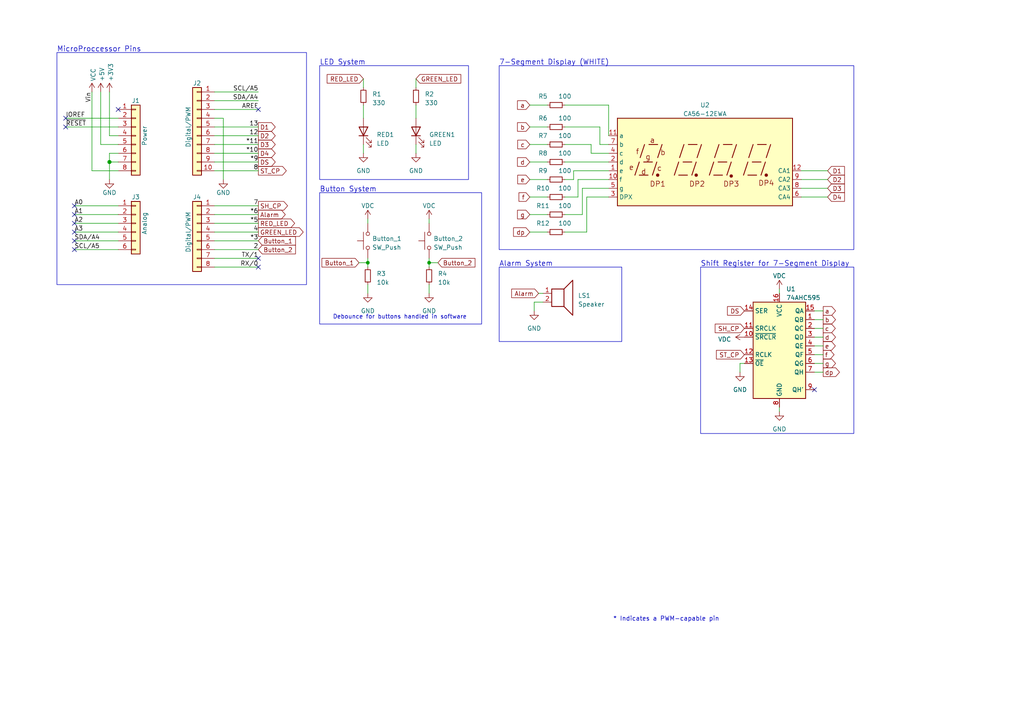
<source format=kicad_sch>
(kicad_sch (version 20230121) (generator eeschema)
  (paper "A4")
  (title_block (title "Kitchen Timer") (date "mar. 31 mars 2015"))
  (lib_symbols
    (symbol "74xx:74AHC595"
      (property "Reference" "U" (at -7.62 13.97 0))
      (property "Value" "74AHC595" (at -7.62 -16.51 0))
      (symbol "74AHC595_1_0"
        (pin tri_state line (at 10.16 7.62 180) (length 2.54) (name "QB") (number "1"))
        (pin input line (at -10.16 2.54 0) (length 2.54) (name "~{SRCLR}") (number "10"))
        (pin input line (at -10.16 5.08 0) (length 2.54) (name "SRCLK") (number "11"))
        (pin input line (at -10.16 -2.54 0) (length 2.54) (name "RCLK") (number "12"))
        (pin input line (at -10.16 -5.08 0) (length 2.54) (name "~{OE}") (number "13"))
        (pin input line (at -10.16 10.16 0) (length 2.54) (name "SER") (number "14"))
        (pin tri_state line (at 10.16 10.16 180) (length 2.54) (name "QA") (number "15"))
        (pin power_in line (at 0 15.24 270) (length 2.54) (name "VCC") (number "16"))
        (pin tri_state line (at 10.16 5.08 180) (length 2.54) (name "QC") (number "2"))
        (pin tri_state line (at 10.16 2.54 180) (length 2.54) (name "QD") (number "3"))
        (pin tri_state line (at 10.16 0 180) (length 2.54) (name "QE") (number "4"))
        (pin tri_state line (at 10.16 -2.54 180) (length 2.54) (name "QF") (number "5"))
        (pin tri_state line (at 10.16 -5.08 180) (length 2.54) (name "QG") (number "6"))
        (pin tri_state line (at 10.16 -7.62 180) (length 2.54) (name "QH") (number "7"))
        (pin power_in line (at 0 -17.78 90) (length 2.54) (name "GND") (number "8"))
        (pin output line (at 10.16 -12.7 180) (length 2.54) (name "QH'") (number "9"))
      )
      (symbol "74AHC595_1_1"
        (rectangle (start -7.62 12.7) (end 7.62 -15.24) (stroke (width 0.254)) (fill (type background)))
      )
    )
    (symbol "Connector_Generic:Conn_01x06" (pin_names (offset 1.016) hide)
      (property "Reference" "J" (at 0 7.62 0))
      (property "Value" "Conn_01x06" (at 0 -10.16 0))
      (symbol "Conn_01x06_1_1"
        (rectangle (start -1.27 -7.493) (end 0 -7.747) (stroke (width 0.1524)))
        (rectangle (start -1.27 -4.953) (end 0 -5.207) (stroke (width 0.1524)))
        (rectangle (start -1.27 -2.413) (end 0 -2.667) (stroke (width 0.1524)))
        (rectangle (start -1.27 0.127) (end 0 -0.127) (stroke (width 0.1524)))
        (rectangle (start -1.27 2.667) (end 0 2.413) (stroke (width 0.1524)))
        (rectangle (start -1.27 5.207) (end 0 4.953) (stroke (width 0.1524)))
        (rectangle (start -1.27 6.35) (end 1.27 -8.89) (stroke (width 0.254)) (fill (type background)))
        (pin passive line (at -5.08 5.08 0) (length 3.81) (name "Pin_1") (number "1"))
        (pin passive line (at -5.08 2.54 0) (length 3.81) (name "Pin_2") (number "2"))
        (pin passive line (at -5.08 0 0) (length 3.81) (name "Pin_3") (number "3"))
        (pin passive line (at -5.08 -2.54 0) (length 3.81) (name "Pin_4") (number "4"))
        (pin passive line (at -5.08 -5.08 0) (length 3.81) (name "Pin_5") (number "5"))
        (pin passive line (at -5.08 -7.62 0) (length 3.81) (name "Pin_6") (number "6"))
      )
    )
    (symbol "Connector_Generic:Conn_01x08" (pin_names (offset 1.016) hide)
      (property "Reference" "J" (at 0 10.16 0))
      (property "Value" "Conn_01x08" (at 0 -12.7 0))
      (symbol "Conn_01x08_1_1"
        (rectangle (start -1.27 -10.033) (end 0 -10.287) (stroke (width 0.1524)))
        (rectangle (start -1.27 -7.493) (end 0 -7.747) (stroke (width 0.1524)))
        (rectangle (start -1.27 -4.953) (end 0 -5.207) (stroke (width 0.1524)))
        (rectangle (start -1.27 -2.413) (end 0 -2.667) (stroke (width 0.1524)))
        (rectangle (start -1.27 0.127) (end 0 -0.127) (stroke (width 0.1524)))
        (rectangle (start -1.27 2.667) (end 0 2.413) (stroke (width 0.1524)))
        (rectangle (start -1.27 5.207) (end 0 4.953) (stroke (width 0.1524)))
        (rectangle (start -1.27 7.747) (end 0 7.493) (stroke (width 0.1524)))
        (rectangle (start -1.27 8.89) (end 1.27 -11.43) (stroke (width 0.254)) (fill (type background)))
        (pin passive line (at -5.08 7.62 0) (length 3.81) (name "Pin_1") (number "1"))
        (pin passive line (at -5.08 5.08 0) (length 3.81) (name "Pin_2") (number "2"))
        (pin passive line (at -5.08 2.54 0) (length 3.81) (name "Pin_3") (number "3"))
        (pin passive line (at -5.08 0 0) (length 3.81) (name "Pin_4") (number "4"))
        (pin passive line (at -5.08 -2.54 0) (length 3.81) (name "Pin_5") (number "5"))
        (pin passive line (at -5.08 -5.08 0) (length 3.81) (name "Pin_6") (number "6"))
        (pin passive line (at -5.08 -7.62 0) (length 3.81) (name "Pin_7") (number "7"))
        (pin passive line (at -5.08 -10.16 0) (length 3.81) (name "Pin_8") (number "8"))
      )
    )
    (symbol "Connector_Generic:Conn_01x10" (pin_names (offset 1.016) hide)
      (property "Reference" "J" (at 0 12.7 0))
      (property "Value" "Conn_01x10" (at 0 -15.24 0))
      (symbol "Conn_01x10_1_1"
        (rectangle (start -1.27 -12.573) (end 0 -12.827) (stroke (width 0.1524)))
        (rectangle (start -1.27 -10.033) (end 0 -10.287) (stroke (width 0.1524)))
        (rectangle (start -1.27 -7.493) (end 0 -7.747) (stroke (width 0.1524)))
        (rectangle (start -1.27 -4.953) (end 0 -5.207) (stroke (width 0.1524)))
        (rectangle (start -1.27 -2.413) (end 0 -2.667) (stroke (width 0.1524)))
        (rectangle (start -1.27 0.127) (end 0 -0.127) (stroke (width 0.1524)))
        (rectangle (start -1.27 2.667) (end 0 2.413) (stroke (width 0.1524)))
        (rectangle (start -1.27 5.207) (end 0 4.953) (stroke (width 0.1524)))
        (rectangle (start -1.27 7.747) (end 0 7.493) (stroke (width 0.1524)))
        (rectangle (start -1.27 10.287) (end 0 10.033) (stroke (width 0.1524)))
        (rectangle (start -1.27 11.43) (end 1.27 -13.97) (stroke (width 0.254)) (fill (type background)))
        (pin passive line (at -5.08 10.16 0) (length 3.81) (name "Pin_1") (number "1"))
        (pin passive line (at -5.08 -12.7 0) (length 3.81) (name "Pin_10") (number "10"))
        (pin passive line (at -5.08 7.62 0) (length 3.81) (name "Pin_2") (number "2"))
        (pin passive line (at -5.08 5.08 0) (length 3.81) (name "Pin_3") (number "3"))
        (pin passive line (at -5.08 2.54 0) (length 3.81) (name "Pin_4") (number "4"))
        (pin passive line (at -5.08 0 0) (length 3.81) (name "Pin_5") (number "5"))
        (pin passive line (at -5.08 -2.54 0) (length 3.81) (name "Pin_6") (number "6"))
        (pin passive line (at -5.08 -5.08 0) (length 3.81) (name "Pin_7") (number "7"))
        (pin passive line (at -5.08 -7.62 0) (length 3.81) (name "Pin_8") (number "8"))
        (pin passive line (at -5.08 -10.16 0) (length 3.81) (name "Pin_9") (number "9"))
      )
    )
    (symbol "Device:LED" (pin_numbers hide) (pin_names (offset 1.016) hide)
      (property "Reference" "D" (at 0 2.54 0))
      (property "Value" "LED" (at 0 -2.54 0))
      (symbol "LED_0_1"
        (polyline (pts (xy -1.27 -1.27) (xy -1.27 1.27)) (stroke (width 0.254)))
        (polyline (pts (xy -1.27 0) (xy 1.27 0)))
        (polyline (pts (xy 1.27 -1.27) (xy 1.27 1.27) (xy -1.27 0) (xy 1.27 -1.27)) (stroke (width 0.254)))
        (polyline (pts (xy -3.048 -0.762) (xy -4.572 -2.286) (xy -3.81 -2.286) (xy -4.572 -2.286) (xy -4.572 -1.524)))
        (polyline (pts (xy -1.778 -0.762) (xy -3.302 -2.286) (xy -2.54 -2.286) (xy -3.302 -2.286) (xy -3.302 -1.524)))
      )
      (symbol "LED_1_1"
        (pin passive line (at -3.81 0 0) (length 2.54) (name "K") (number "1"))
        (pin passive line (at 3.81 0 180) (length 2.54) (name "A") (number "2"))
      )
    )
    (symbol "Device:R_Small" (pin_numbers hide) (pin_names (offset 0.254) hide)
      (property "Reference" "R" (at 0.762 0.508 0))
      (property "Value" "R_Small" (at 0.762 -1.016 0))
      (symbol "R_Small_0_1"
        (rectangle (start -0.762 1.778) (end 0.762 -1.778) (stroke (width 0.2032)))
      )
      (symbol "R_Small_1_1"
        (pin passive line (at 0 2.54 270) (length 0.762) (name "~") (number "1"))
        (pin passive line (at 0 -2.54 90) (length 0.762) (name "~") (number "2"))
      )
    )
    (symbol "Device:Speaker" (pin_names (offset 0) hide)
      (property "Reference" "LS" (at 1.27 5.715 0))
      (property "Value" "Speaker" (at 1.27 3.81 0))
      (symbol "Speaker_0_0"
        (rectangle (start -2.54 1.27) (end 1.016 -3.81) (stroke (width 0.254)))
        (polyline (pts (xy 1.016 1.27) (xy 3.556 3.81) (xy 3.556 -6.35) (xy 1.016 -3.81)) (stroke (width 0.254)))
      )
      (symbol "Speaker_1_1"
        (pin input line (at -5.08 0 0) (length 2.54) (name "1") (number "1"))
        (pin input line (at -5.08 -2.54 0) (length 2.54) (name "2") (number "2"))
      )
    )
    (symbol "Display_Character:CA56-12EWA"
      (property "Reference" "U" (at -24.13 13.97 0))
      (property "Value" "CA56-12EWA" (at 19.05 13.97 0))
      (symbol "CA56-12EWA_0_0"
        (rectangle (start -25.4 12.7) (end 25.4 -12.7) (stroke (width 0.254)) (fill (type background)))
        (polyline (pts (xy -20.32 -3.81) (xy -19.05 0)) (stroke (width 0.254)))
        (polyline (pts (xy -19.05 -3.81) (xy -16.51 -3.81)) (stroke (width 0.254)))
        (polyline (pts (xy -18.796 1.27) (xy -17.526 5.08)) (stroke (width 0.254)))
        (polyline (pts (xy -17.78 0) (xy -15.24 0)) (stroke (width 0.254)))
        (polyline (pts (xy -16.256 5.08) (xy -13.716 5.08)) (stroke (width 0.254)))
        (polyline (pts (xy -15.24 -3.81) (xy -13.97 0)) (stroke (width 0.254)))
        (polyline (pts (xy -13.716 1.27) (xy -12.446 5.08)) (stroke (width 0.254)))
        (polyline (pts (xy -8.89 -3.81) (xy -7.62 0)) (stroke (width 0.254)))
        (polyline (pts (xy -7.62 -3.81) (xy -5.08 -3.81)) (stroke (width 0.254)))
        (polyline (pts (xy -7.366 1.27) (xy -6.096 5.08)) (stroke (width 0.254)))
        (polyline (pts (xy -6.35 0) (xy -3.81 0)) (stroke (width 0.254)))
        (polyline (pts (xy -4.826 5.08) (xy -2.286 5.08)) (stroke (width 0.254)))
        (polyline (pts (xy -3.81 -3.81) (xy -2.54 0)) (stroke (width 0.254)))
        (polyline (pts (xy -2.286 1.27) (xy -1.016 5.08)) (stroke (width 0.254)))
        (polyline (pts (xy 1.27 -3.81) (xy 2.54 0)) (stroke (width 0.254)))
        (polyline (pts (xy 2.54 -3.81) (xy 5.08 -3.81)) (stroke (width 0.254)))
        (polyline (pts (xy 2.794 1.27) (xy 4.064 5.08)) (stroke (width 0.254)))
        (polyline (pts (xy 3.81 0) (xy 6.35 0)) (stroke (width 0.254)))
        (polyline (pts (xy 5.334 5.08) (xy 7.874 5.08)) (stroke (width 0.254)))
        (polyline (pts (xy 6.35 -3.81) (xy 7.62 0)) (stroke (width 0.254)))
        (polyline (pts (xy 7.874 1.27) (xy 9.144 5.08)) (stroke (width 0.254)))
        (polyline (pts (xy 11.176 -3.81) (xy 12.446 0)) (stroke (width 0.254)))
        (polyline (pts (xy 12.446 -3.81) (xy 14.986 -3.81)) (stroke (width 0.254)))
        (polyline (pts (xy 12.7 1.27) (xy 13.97 5.08)) (stroke (width 0.254)))
        (polyline (pts (xy 13.716 0) (xy 16.256 0)) (stroke (width 0.254)))
        (polyline (pts (xy 15.24 5.08) (xy 17.78 5.08)) (stroke (width 0.254)))
        (polyline (pts (xy 16.256 -3.81) (xy 17.526 0)) (stroke (width 0.254)))
        (polyline (pts (xy 17.78 1.27) (xy 19.05 5.08)) (stroke (width 0.254)))
        (text "a" (at -15.24 6.35 0) (effects (font (size 1.524 1.524))))
        (text "b" (at -12.192 2.794 0) (effects (font (size 1.524 1.524))))
        (text "c" (at -13.208 -1.778 0) (effects (font (size 1.524 1.524))))
        (text "d" (at -17.78 -2.794 0) (effects (font (size 1.524 1.524))))
        (text "DP1" (at -13.716 -6.35 0) (effects (font (size 1.524 1.524))))
        (text "DP2" (at -2.286 -6.35 0) (effects (font (size 1.524 1.524))))
        (text "DP3" (at 7.62 -6.35 0) (effects (font (size 1.524 1.524))))
        (text "DP4" (at 17.78 -6.096 0) (effects (font (size 1.524 1.524))))
        (text "e" (at -21.336 -1.524 0) (effects (font (size 1.524 1.524))))
        (text "f" (at -19.558 3.048 0) (effects (font (size 1.524 1.524))))
        (text "g" (at -16.51 1.524 0) (effects (font (size 1.524 1.524))))
      )
      (symbol "CA56-12EWA_0_1"
        (circle (center -13.716 -3.81) (radius 0.3556) (stroke (width 0.254)) (fill (type outline)))
        (circle (center -2.54 -3.81) (radius 0.3556) (stroke (width 0.254)) (fill (type outline)))
      )
      (symbol "CA56-12EWA_1_0"
        (circle (center 7.62 -4.064) (radius 0.3556) (stroke (width 0.254)) (fill (type outline)))
        (circle (center 17.78 -3.81) (radius 0.3556) (stroke (width 0.254)) (fill (type outline)))
      )
      (symbol "CA56-12EWA_1_1"
        (pin input line (at -27.94 -2.54 0) (length 2.54) (name "e") (number "1"))
        (pin input line (at -27.94 -5.08 0) (length 2.54) (name "f") (number "10"))
        (pin input line (at -27.94 7.62 0) (length 2.54) (name "a") (number "11"))
        (pin input line (at 27.94 -2.54 180) (length 2.54) (name "CA1") (number "12"))
        (pin input line (at -27.94 0 0) (length 2.54) (name "d") (number "2"))
        (pin input line (at -27.94 -10.16 0) (length 2.54) (name "DPX") (number "3"))
        (pin input line (at -27.94 2.54 0) (length 2.54) (name "c") (number "4"))
        (pin input line (at -27.94 -7.62 0) (length 2.54) (name "g") (number "5"))
        (pin input line (at 27.94 -10.16 180) (length 2.54) (name "CA4") (number "6"))
        (pin input line (at -27.94 5.08 0) (length 2.54) (name "b") (number "7"))
        (pin input line (at 27.94 -7.62 180) (length 2.54) (name "CA3") (number "8"))
        (pin input line (at 27.94 -5.08 180) (length 2.54) (name "CA2") (number "9"))
      )
    )
    (symbol "GND_1" (power) (pin_names (offset 0))
      (property "Value" "GND_1" (at 0 -3.81 0))
      (symbol "GND_1_0_1"
        (polyline (pts (xy 0 0) (xy 0 -1.27) (xy 1.27 -1.27) (xy 0 -2.54) (xy -1.27 -1.27) (xy 0 -1.27)))
      )
      (symbol "GND_1_1_1"
        (pin power_in line (at 0 0 270) (length 0) hide (name "GND") (number "1"))
      )
    )
    (symbol "Switch:SW_Push" (pin_numbers hide) (pin_names (offset 1.016) hide)
      (property "Reference" "SW" (at 1.27 2.54 0))
      (property "Value" "SW_Push" (at 0 -1.524 0))
      (symbol "SW_Push_0_1"
        (circle (center -2.032 0) (radius 0.508))
        (polyline (pts (xy 0 1.27) (xy 0 3.048)))
        (polyline (pts (xy 2.54 1.27) (xy -2.54 1.27)))
        (circle (center 2.032 0) (radius 0.508))
        (pin passive line (at -5.08 0 0) (length 2.54) (name "1") (number "1"))
        (pin passive line (at 5.08 0 180) (length 2.54) (name "2") (number "2"))
      )
    )
    (symbol "power:+3V3" (power) (pin_names (offset 0))
      (property "Value" "+3V3" (at 0 3.556 0))
      (symbol "+3V3_0_1"
        (polyline (pts (xy -0.762 1.27) (xy 0 2.54)))
        (polyline (pts (xy 0 0) (xy 0 2.54)))
        (polyline (pts (xy 0 2.54) (xy 0.762 1.27)))
      )
      (symbol "+3V3_1_1"
        (pin power_in line (at 0 0 90) (length 0) hide (name "+3V3") (number "1"))
      )
    )
    (symbol "power:+5V" (power) (pin_names (offset 0))
      (property "Value" "+5V" (at 0 3.556 0))
      (symbol "+5V_0_1"
        (polyline (pts (xy -0.762 1.27) (xy 0 2.54)))
        (polyline (pts (xy 0 0) (xy 0 2.54)))
        (polyline (pts (xy 0 2.54) (xy 0.762 1.27)))
      )
      (symbol "+5V_1_1"
        (pin power_in line (at 0 0 90) (length 0) hide (name "+5V") (number "1"))
      )
    )
    (symbol "power:GND" (power) (pin_names (offset 0))
      (property "Value" "GND" (at 0 -3.81 0))
      (symbol "GND_0_1"
        (polyline (pts (xy 0 0) (xy 0 -1.27) (xy 1.27 -1.27) (xy 0 -2.54) (xy -1.27 -1.27) (xy 0 -1.27)))
      )
      (symbol "GND_1_1"
        (pin power_in line (at 0 0 270) (length 0) hide (name "GND") (number "1"))
      )
    )
    (symbol "power:VCC" (power) (pin_names (offset 0))
      (property "Value" "VCC" (at 0 3.81 0))
      (symbol "VCC_0_1"
        (polyline (pts (xy -0.762 1.27) (xy 0 2.54)))
        (polyline (pts (xy 0 0) (xy 0 2.54)))
        (polyline (pts (xy 0 2.54) (xy 0.762 1.27)))
      )
      (symbol "VCC_1_1"
        (pin power_in line (at 0 0 90) (length 0) hide (name "VCC") (number "1"))
      )
    )
    (symbol "power:VDC" (power) (pin_names (offset 0))
      (property "Value" "VDC" (at 0 6.35 0))
      (symbol "VDC_0_1"
        (polyline (pts (xy -0.762 1.27) (xy 0 2.54)))
        (polyline (pts (xy 0 0) (xy 0 2.54)))
        (polyline (pts (xy 0 2.54) (xy 0.762 1.27)))
      )
      (symbol "VDC_1_1"
        (pin power_in line (at 0 0 90) (length 0) hide (name "VDC") (number "1"))
      )
    )
  )
  (junction (at 31.75 46.99) (diameter 1.016))
  (junction (at 106.68 76.2))
  (junction (at 124.46 76.2))
  (no_connect (at 74.93 31.75))
  (no_connect (at 74.93 77.47))
  (no_connect (at 21.59 72.39))
  (no_connect (at 21.59 64.77))
  (no_connect (at 21.59 62.23))
  (no_connect (at 21.59 67.31))
  (no_connect (at 74.93 74.93))
  (no_connect (at 19.05 36.83))
  (no_connect (at 21.59 59.69))
  (no_connect (at 19.05 34.29))
  (no_connect (at 236.22 113.03))
  (no_connect (at 21.59 69.85))
  (no_connect (at 34.29 31.75))
  (wire (pts (xy 62.23 77.47) (xy 74.93 77.47)))
  (wire (pts (xy 106.68 82.55) (xy 106.68 85.09)))
  (wire (pts (xy 62.23 44.45) (xy 74.93 44.45)))
  (wire (pts (xy 153.67 36.83) (xy 158.75 36.83)))
  (wire (pts (xy 62.23 26.67) (xy 74.93 26.67)))
  (wire (pts (xy 163.83 36.83) (xy 173.99 36.83)))
  (wire (pts (xy 124.46 76.2) (xy 124.46 77.47)))
  (wire (pts (xy 31.75 44.45) (xy 31.75 46.99)))
  (wire (pts (xy 166.37 52.07) (xy 163.83 52.07)))
  (wire (pts (xy 21.59 72.39) (xy 34.29 72.39)))
  (wire (pts (xy 236.22 97.79) (xy 238.76 97.79)))
  (wire (pts (xy 226.06 83.82) (xy 226.06 85.09)))
  (wire (pts (xy 153.67 57.15) (xy 158.75 57.15)))
  (wire (pts (xy 153.67 46.99) (xy 158.75 46.99)))
  (wire (pts (xy 31.75 46.99) (xy 31.75 52.07)))
  (wire (pts (xy 31.75 39.37) (xy 34.29 39.37)))
  (wire (pts (xy 173.99 41.91) (xy 176.53 41.91)))
  (wire (pts (xy 29.21 41.91) (xy 34.29 41.91)))
  (wire (pts (xy 166.37 52.07) (xy 166.37 49.53)))
  (wire (pts (xy 153.67 30.48) (xy 158.75 30.48)))
  (wire (pts (xy 29.21 26.67) (xy 29.21 41.91)))
  (wire (pts (xy 105.41 22.86) (xy 105.41 25.4)))
  (wire (pts (xy 163.83 62.23) (xy 168.91 62.23)))
  (wire (pts (xy 154.94 90.17) (xy 154.94 87.63)))
  (wire (pts (xy 62.23 36.83) (xy 74.93 36.83)))
  (wire (pts (xy 31.75 26.67) (xy 31.75 39.37)))
  (wire (pts (xy 62.23 59.69) (xy 74.93 59.69)))
  (wire (pts (xy 153.67 41.91) (xy 158.75 41.91)))
  (wire (pts (xy 236.22 90.17) (xy 238.76 90.17)))
  (wire (pts (xy 34.29 59.69) (xy 21.59 59.69)))
  (wire (pts (xy 62.23 39.37) (xy 74.93 39.37)))
  (wire (pts (xy 106.68 74.93) (xy 106.68 76.2)))
  (wire (pts (xy 62.23 62.23) (xy 74.93 62.23)))
  (wire (pts (xy 120.65 22.86) (xy 120.65 25.4)))
  (wire (pts (xy 232.41 52.07) (xy 240.03 52.07)))
  (wire (pts (xy 153.67 67.31) (xy 158.75 67.31)))
  (wire (pts (xy 167.64 57.15) (xy 167.64 52.07)))
  (wire (pts (xy 62.23 46.99) (xy 74.93 46.99)))
  (wire (pts (xy 153.67 52.07) (xy 158.75 52.07)))
  (wire (pts (xy 236.22 105.41) (xy 238.76 105.41)))
  (wire (pts (xy 236.22 107.95) (xy 238.76 107.95)))
  (wire (pts (xy 62.23 67.31) (xy 74.93 67.31)))
  (wire (pts (xy 105.41 30.48) (xy 105.41 34.29)))
  (wire (pts (xy 236.22 100.33) (xy 238.76 100.33)))
  (wire (pts (xy 19.05 34.29) (xy 34.29 34.29)))
  (wire (pts (xy 154.94 87.63) (xy 157.48 87.63)))
  (wire (pts (xy 64.77 34.29) (xy 64.77 52.07)))
  (wire (pts (xy 163.83 30.48) (xy 176.53 30.48)))
  (wire (pts (xy 124.46 82.55) (xy 124.46 85.09)))
  (wire (pts (xy 62.23 31.75) (xy 74.93 31.75)))
  (wire (pts (xy 163.83 41.91) (xy 171.45 41.91)))
  (wire (pts (xy 34.29 64.77) (xy 21.59 64.77)))
  (wire (pts (xy 19.05 36.83) (xy 34.29 36.83)))
  (wire (pts (xy 163.83 67.31) (xy 170.18 67.31)))
  (wire (pts (xy 236.22 95.25) (xy 238.76 95.25)))
  (wire (pts (xy 106.68 76.2) (xy 106.68 77.47)))
  (wire (pts (xy 34.29 46.99) (xy 31.75 46.99)))
  (wire (pts (xy 106.68 63.5) (xy 106.68 64.77)))
  (wire (pts (xy 176.53 30.48) (xy 176.53 39.37)))
  (wire (pts (xy 163.83 57.15) (xy 167.64 57.15)))
  (wire (pts (xy 34.29 49.53) (xy 26.67 49.53)))
  (wire (pts (xy 105.41 41.91) (xy 105.41 44.45)))
  (wire (pts (xy 21.59 62.23) (xy 34.29 62.23)))
  (wire (pts (xy 124.46 76.2) (xy 127 76.2)))
  (wire (pts (xy 170.18 67.31) (xy 170.18 57.15)))
  (wire (pts (xy 166.37 49.53) (xy 176.53 49.53)))
  (wire (pts (xy 232.41 57.15) (xy 240.03 57.15)))
  (wire (pts (xy 170.18 57.15) (xy 176.53 57.15)))
  (wire (pts (xy 171.45 41.91) (xy 171.45 44.45)))
  (wire (pts (xy 214.63 105.41) (xy 214.63 107.95)))
  (wire (pts (xy 120.65 30.48) (xy 120.65 34.29)))
  (wire (pts (xy 171.45 44.45) (xy 176.53 44.45)))
  (wire (pts (xy 62.23 34.29) (xy 64.77 34.29)))
  (wire (pts (xy 124.46 63.5) (xy 124.46 64.77)))
  (wire (pts (xy 156.21 85.09) (xy 157.48 85.09)))
  (wire (pts (xy 232.41 54.61) (xy 240.03 54.61)))
  (wire (pts (xy 34.29 44.45) (xy 31.75 44.45)))
  (wire (pts (xy 62.23 41.91) (xy 74.93 41.91)))
  (wire (pts (xy 173.99 36.83) (xy 173.99 41.91)))
  (wire (pts (xy 163.83 46.99) (xy 176.53 46.99)))
  (wire (pts (xy 168.91 54.61) (xy 176.53 54.61)))
  (wire (pts (xy 62.23 74.93) (xy 74.93 74.93)))
  (wire (pts (xy 62.23 64.77) (xy 74.93 64.77)))
  (wire (pts (xy 21.59 67.31) (xy 34.29 67.31)))
  (wire (pts (xy 232.41 49.53) (xy 240.03 49.53)))
  (wire (pts (xy 124.46 74.93) (xy 124.46 76.2)))
  (wire (pts (xy 168.91 62.23) (xy 168.91 54.61)))
  (wire (pts (xy 215.9 105.41) (xy 214.63 105.41)))
  (wire (pts (xy 62.23 29.21) (xy 74.93 29.21)))
  (wire (pts (xy 120.65 41.91) (xy 120.65 44.45)))
  (wire (pts (xy 226.06 118.11) (xy 226.06 119.38)))
  (wire (pts (xy 62.23 72.39) (xy 74.93 72.39)))
  (wire (pts (xy 62.23 69.85) (xy 74.93 69.85)))
  (wire (pts (xy 236.22 92.71) (xy 238.76 92.71)))
  (wire (pts (xy 236.22 102.87) (xy 238.76 102.87)))
  (wire (pts (xy 153.67 62.23) (xy 158.75 62.23)))
  (wire (pts (xy 26.67 49.53) (xy 26.67 26.67)))
  (wire (pts (xy 104.14 76.2) (xy 106.68 76.2)))
  (wire (pts (xy 34.29 69.85) (xy 21.59 69.85)))
  (wire (pts (xy 62.23 49.53) (xy 74.93 49.53)))
  (wire (pts (xy 167.64 52.07) (xy 176.53 52.07)))
  (rectangle (start 92.71 19.05) (end 135.89 52.07))
  (rectangle (start 144.78 19.05) (end 247.65 72.39))
  (rectangle (start 16.51 15.24) (end 88.9 82.55))
  (rectangle (start 203.2 77.47) (end 247.65 125.73))
  (rectangle (start 144.78 77.47) (end 180.34 99.06))
  (rectangle (start 92.71 55.88) (end 139.7 93.98))
  (text "Alarm System" (at 144.78 77.47 0) (effects (font (size 1.5 1.5)) (justify left bottom)))
  (text "Shift Register for 7-Segment Display" (at 203.2 77.47 0) (effects (font (size 1.5 1.5)) (justify left bottom)))
  (text "MicroProccessor Pins" (at 16.51 15.24 0) (effects (font (size 1.5 1.5)) (justify left bottom)))
  (text "Button System" (at 92.71 55.88 0) (effects (font (size 1.5 1.5)) (justify left bottom)))
  (text "* Indicates a PWM-capable pin" (at 177.8 180.34 0) (effects (font (size 1.27 1.27)) (justify left bottom)))
  (text "LED System" (at 92.71 19.05 0) (effects (font (size 1.5 1.5)) (justify left bottom)))
  (text "7-Segment Display (WHITE)" (at 144.78 19.05 0) (effects (font (size 1.5 1.5)) (justify left bottom)))
  (text "Debounce for buttons handled in software" (at 96.52 92.71 0) (effects (font (size 1.2 1.2)) (justify left bottom)))
  (label "RX{slash}0" (at 74.93 77.47 180))
  (label "A2" (at 21.59 64.77 0))
  (label "4" (at 74.93 67.31 180))
  (label "2" (at 74.93 72.39 180))
  (label "A3" (at 21.59 67.31 0))
  (label "13" (at 74.93 36.83 180))
  (label "12" (at 74.93 39.37 180))
  (label "~{RESET}" (at 19.05 36.83 0))
  (label "*10" (at 74.93 44.45 180))
  (label "7" (at 74.93 59.69 180))
  (label "SDA{slash}A4" (at 74.93 29.21 180))
  (label "8" (at 74.93 49.53 180))
  (label "*11" (at 74.93 41.91 180))
  (label "*3" (at 74.93 69.85 180))
  (label "A1" (at 21.59 62.23 0))
  (label "TX{slash}1" (at 74.93 74.93 180))
  (label "A0" (at 21.59 59.69 0))
  (label "AREF" (at 74.93 31.75 180))
  (label "Vin" (at 26.67 26.67 270))
  (label "*6" (at 74.93 62.23 180))
  (label "SCL{slash}A5" (at 74.93 26.67 180))
  (label "*9" (at 74.93 46.99 180))
  (label "*5" (at 74.93 64.77 180))
  (label "IOREF" (at 19.05 34.29 0))
  (label "SDA{slash}A4" (at 21.59 69.85 0))
  (label "SCL{slash}A5" (at 21.59 72.39 0))
  (global_label "GREEN_LED" (shape output) (at 74.93 67.31 0) (property "Intersheetrefs" "${INTERSHEET_REFS}" (effects hide)))
  (global_label "D2" (shape input) (at 240.03 52.07 0) (property "Intersheetrefs" "${INTERSHEET_REFS}" (effects hide)))
  (global_label "Button_1" (shape input) (at 104.14 76.2 180) (property "Intersheetrefs" "${INTERSHEET_REFS}" (effects hide)))
  (global_label "D4" (shape input) (at 240.03 57.15 0) (property "Intersheetrefs" "${INTERSHEET_REFS}" (effects hide)))
  (global_label "f" (shape output) (at 238.76 102.87 0) (property "Intersheetrefs" "${INTERSHEET_REFS}" (effects hide)))
  (global_label "DS" (shape input) (at 215.9 90.17 180) (property "Intersheetrefs" "${INTERSHEET_REFS}" (effects hide)))
  (global_label "SH_CP" (shape input) (at 215.9 95.25 180) (property "Intersheetrefs" "${INTERSHEET_REFS}" (effects hide)))
  (global_label "d" (shape output) (at 238.76 97.79 0) (property "Intersheetrefs" "${INTERSHEET_REFS}" (effects hide)))
  (global_label "GREEN_LED" (shape input) (at 120.65 22.86 0) (property "Intersheetrefs" "${INTERSHEET_REFS}" (effects hide)))
  (global_label "b" (shape input) (at 153.67 36.83 180) (property "Intersheetrefs" "${INTERSHEET_REFS}" (effects hide)))
  (global_label "D4" (shape output) (at 74.93 44.45 0) (property "Intersheetrefs" "${INTERSHEET_REFS}" (effects hide)))
  (global_label "DS" (shape output) (at 74.93 46.99 0) (property "Intersheetrefs" "${INTERSHEET_REFS}" (effects hide)))
  (global_label "D1" (shape input) (at 240.03 49.53 0) (property "Intersheetrefs" "${INTERSHEET_REFS}" (effects hide)))
  (global_label "D2" (shape output) (at 74.93 39.37 0) (property "Intersheetrefs" "${INTERSHEET_REFS}" (effects hide)))
  (global_label "RED_LED" (shape output) (at 74.93 64.77 0) (property "Intersheetrefs" "${INTERSHEET_REFS}" (effects hide)))
  (global_label "e" (shape output) (at 238.76 100.33 0) (property "Intersheetrefs" "${INTERSHEET_REFS}" (effects hide)))
  (global_label "e" (shape input) (at 153.67 52.07 180) (property "Intersheetrefs" "${INTERSHEET_REFS}" (effects hide)))
  (global_label "a" (shape input) (at 153.67 30.48 180) (property "Intersheetrefs" "${INTERSHEET_REFS}" (effects hide)))
  (global_label "Button_2" (shape input) (at 74.93 72.39 0) (property "Intersheetrefs" "${INTERSHEET_REFS}" (effects hide)))
  (global_label "dp" (shape input) (at 153.67 67.31 180) (property "Intersheetrefs" "${INTERSHEET_REFS}" (effects hide)))
  (global_label "ST_CP" (shape output) (at 74.93 49.53 0) (property "Intersheetrefs" "${INTERSHEET_REFS}" (effects hide)))
  (global_label "D3" (shape input) (at 240.03 54.61 0) (property "Intersheetrefs" "${INTERSHEET_REFS}" (effects hide)))
  (global_label "dp" (shape output) (at 238.76 107.95 0) (property "Intersheetrefs" "${INTERSHEET_REFS}" (effects hide)))
  (global_label "SH_CP" (shape output) (at 74.93 59.69 0) (property "Intersheetrefs" "${INTERSHEET_REFS}" (effects hide)))
  (global_label "f" (shape input) (at 153.67 57.15 180) (property "Intersheetrefs" "${INTERSHEET_REFS}" (effects hide)))
  (global_label "b" (shape output) (at 238.76 92.71 0) (property "Intersheetrefs" "${INTERSHEET_REFS}" (effects hide)))
  (global_label "Alarm" (shape input) (at 156.21 85.09 180) (property "Intersheetrefs" "${INTERSHEET_REFS}" (effects hide)))
  (global_label "D1" (shape output) (at 74.93 36.83 0) (property "Intersheetrefs" "${INTERSHEET_REFS}" (effects hide)))
  (global_label "Button_2" (shape input) (at 127 76.2 0) (property "Intersheetrefs" "${INTERSHEET_REFS}" (effects hide)))
  (global_label "g" (shape input) (at 153.67 62.23 180) (property "Intersheetrefs" "${INTERSHEET_REFS}" (effects hide)))
  (global_label "c" (shape output) (at 238.76 95.25 0) (property "Intersheetrefs" "${INTERSHEET_REFS}" (effects hide)))
  (global_label "a" (shape output) (at 238.76 90.17 0) (property "Intersheetrefs" "${INTERSHEET_REFS}" (effects hide)))
  (global_label "Button_1" (shape input) (at 74.93 69.85 0) (property "Intersheetrefs" "${INTERSHEET_REFS}" (effects hide)))
  (global_label "ST_CP" (shape input) (at 215.9 102.87 180) (property "Intersheetrefs" "${INTERSHEET_REFS}" (effects hide)))
  (global_label "c" (shape input) (at 153.67 41.91 180) (property "Intersheetrefs" "${INTERSHEET_REFS}" (effects hide)))
  (global_label "g" (shape output) (at 238.76 105.41 0) (property "Intersheetrefs" "${INTERSHEET_REFS}" (effects hide)))
  (global_label "D3" (shape output) (at 74.93 41.91 0) (property "Intersheetrefs" "${INTERSHEET_REFS}" (effects hide)))
  (global_label "RED_LED" (shape input) (at 105.41 22.86 180) (property "Intersheetrefs" "${INTERSHEET_REFS}" (effects hide)))
  (global_label "d" (shape input) (at 153.67 46.99 180) (property "Intersheetrefs" "${INTERSHEET_REFS}" (effects hide)))
  (global_label "Alarm" (shape output) (at 74.93 62.23 0) (property "Intersheetrefs" "${INTERSHEET_REFS}" (effects hide)))
  (symbol (lib_id "Connector_Generic:Conn_01x08") (at 39.37 39.37 0) (unit 1)
    (property "Reference" "J1" (at 39.37 29.21 0))
    (property "Value" "Power" (at 41.91 39.37 90))
    (property "Footprint" "Connector_PinSocket_2.54mm:PinSocket_1x08_P2.54mm_Vertical" (effects hide))
  )
  (symbol (lib_id "power:+3V3") (at 31.75 26.67 0) (unit 1)
    (property "Reference" "#PWR03" (effects hide))
    (property "Value" "+3.3V" (at 32.131 23.622 90) (effects (justify left)))
  )
  (symbol (lib_id "power:+5V") (at 29.21 26.67 0) (unit 1)
    (property "Reference" "#PWR02" (effects hide))
    (property "Value" "+5V" (at 29.5656 23.622 90) (effects (justify left)))
  )
  (symbol (lib_id "power:GND") (at 31.75 52.07 0) (unit 1)
    (property "Reference" "#PWR04" (effects hide))
    (property "Value" "GND" (at 31.75 55.88 0))
  )
  (symbol (lib_id "Connector_Generic:Conn_01x10") (at 57.15 36.83 0) (mirror y) (unit 1)
    (property "Reference" "J2" (at 57.15 24.13 0))
    (property "Value" "Digital/PWM" (at 54.61 36.83 90))
    (property "Footprint" "Connector_PinSocket_2.54mm:PinSocket_1x10_P2.54mm_Vertical" (effects hide))
  )
  (symbol (lib_id "power:GND") (at 64.77 52.07 0) (unit 1)
    (property "Reference" "#PWR05" (effects hide))
    (property "Value" "GND" (at 64.77 55.88 0))
  )
  (symbol (lib_id "Connector_Generic:Conn_01x06") (at 39.37 64.77 0) (unit 1)
    (property "Reference" "J3" (at 39.37 57.15 0))
    (property "Value" "Analog" (at 41.91 64.77 90))
    (property "Footprint" "Connector_PinSocket_2.54mm:PinSocket_1x06_P2.54mm_Vertical" (effects hide))
  )
  (symbol (lib_id "Connector_Generic:Conn_01x08") (at 57.15 67.31 0) (mirror y) (unit 1)
    (property "Reference" "J4" (at 57.15 57.15 0))
    (property "Value" "Digital/PWM" (at 54.61 67.31 90))
    (property "Footprint" "Connector_PinSocket_2.54mm:PinSocket_1x08_P2.54mm_Vertical" (effects hide))
  )
  (symbol (lib_id "Device:R_Small") (at 161.29 52.07 90) (unit 1)
    (property "Reference" "R9" (at 157.48 49.53 90))
    (property "Value" "100" (at 163.83 49.53 90))
    (property "Footprint" "Resistor_THT:R_Axial_DIN0204_L3.6mm_D1.6mm_P7.62mm_Horizontal" (effects hide))
  )
  (symbol (lib_id "Device:R_Small") (at 124.46 80.01 0) (unit 1)
    (property "Reference" "R4" (at 127 79.375 0) (effects (justify left)))
    (property "Value" "10k" (at 127 81.915 0) (effects (justify left)))
    (property "Footprint" "Resistor_THT:R_Axial_DIN0204_L3.6mm_D1.6mm_P7.62mm_Horizontal" (effects hide))
  )
  (symbol (lib_name "GND_1") (lib_id "power:GND") (at 214.63 107.95 0) (unit 1)
    (property "Reference" "#PWR014" (effects hide))
    (property "Value" "GND" (at 214.63 113.03 0))
  )
  (symbol (lib_id "Device:R_Small") (at 161.29 36.83 90) (unit 1)
    (property "Reference" "R6" (at 157.48 34.29 90))
    (property "Value" "100" (at 163.83 34.29 90))
    (property "Footprint" "Resistor_THT:R_Axial_DIN0204_L3.6mm_D1.6mm_P7.62mm_Horizontal" (effects hide))
  )
  (symbol (lib_name "GND_1") (lib_id "power:GND") (at 105.41 44.45 0) (unit 1)
    (property "Reference" "#PWR07" (effects hide))
    (property "Value" "GND" (at 105.41 49.53 0))
  )
  (symbol (lib_id "Device:R_Small") (at 161.29 46.99 90) (unit 1)
    (property "Reference" "R8" (at 157.48 44.45 90))
    (property "Value" "100" (at 163.83 44.45 90))
    (property "Footprint" "Resistor_THT:R_Axial_DIN0204_L3.6mm_D1.6mm_P7.62mm_Horizontal" (effects hide))
  )
  (symbol (lib_name "GND_1") (lib_id "power:GND") (at 120.65 44.45 0) (unit 1)
    (property "Reference" "#PWR06" (effects hide))
    (property "Value" "GND" (at 120.65 49.53 0))
  )
  (symbol (lib_id "Switch:SW_Push") (at 106.68 69.85 90) (unit 1)
    (property "Reference" "Button_1" (at 107.95 69.215 90) (effects (justify right)))
    (property "Value" "SW_Push" (at 107.95 71.755 90) (effects (justify right)))
    (property "Footprint" "Button_Switch_THT:SW_PUSH_6mm" (effects hide))
  )
  (symbol (lib_id "power:VDC") (at 215.9 97.79 90) (unit 1)
    (property "Reference" "#PWR015" (effects hide))
    (property "Value" "5V" (at 212.09 98.425 90) (effects (justify left)))
  )
  (symbol (lib_id "power:VDC") (at 124.46 63.5 0) (unit 1)
    (property "Reference" "#PWR011" (effects hide))
    (property "Value" "5V" (at 124.46 59.69 0))
  )
  (symbol (lib_name "GND_1") (lib_id "power:GND") (at 154.94 90.17 0) (unit 1)
    (property "Reference" "#PWR012" (effects hide))
    (property "Value" "GND" (at 154.94 95.25 0))
  )
  (symbol (lib_id "Device:R_Small") (at 120.65 27.94 0) (unit 1)
    (property "Reference" "R2" (at 123.19 27.305 0) (effects (justify left)))
    (property "Value" "330" (at 123.19 29.845 0) (effects (justify left)))
    (property "Footprint" "Resistor_THT:R_Axial_DIN0204_L3.6mm_D1.6mm_P7.62mm_Horizontal" (effects hide))
  )
  (symbol (lib_id "Device:R_Small") (at 161.29 57.15 90) (unit 1)
    (property "Reference" "R10" (at 157.48 54.61 90))
    (property "Value" "100" (at 163.83 54.61 90))
    (property "Footprint" "Resistor_THT:R_Axial_DIN0204_L3.6mm_D1.6mm_P7.62mm_Horizontal" (effects hide))
  )
  (symbol (lib_name "GND_1") (lib_id "power:GND") (at 106.68 85.09 0) (unit 1)
    (property "Reference" "#PWR08" (effects hide))
    (property "Value" "GND" (at 106.68 90.17 0))
  )
  (symbol (lib_id "Device:LED") (at 105.41 38.1 90) (unit 1)
    (property "Reference" "RED1" (at 109.22 39.0525 90) (effects (justify right)))
    (property "Value" "LED" (at 109.22 41.5925 90) (effects (justify right)))
    (property "Footprint" "LED_THT:LED_D5.0mm" (effects hide))
  )
  (symbol (lib_id "power:VCC") (at 26.67 26.67 0) (unit 1)
    (property "Reference" "#PWR01" (effects hide))
    (property "Value" "VCC" (at 27.051 23.622 90) (effects (justify left)))
  )
  (symbol (lib_id "Device:R_Small") (at 106.68 80.01 0) (unit 1)
    (property "Reference" "R3" (at 109.22 79.375 0) (effects (justify left)))
    (property "Value" "10k" (at 109.22 81.915 0) (effects (justify left)))
    (property "Footprint" "Resistor_THT:R_Axial_DIN0204_L3.6mm_D1.6mm_P7.62mm_Horizontal" (effects hide))
  )
  (symbol (lib_id "Device:R_Small") (at 161.29 41.91 90) (unit 1)
    (property "Reference" "R7" (at 157.48 39.37 90))
    (property "Value" "100" (at 163.83 39.37 90))
    (property "Footprint" "Resistor_THT:R_Axial_DIN0204_L3.6mm_D1.6mm_P7.62mm_Horizontal" (effects hide))
  )
  (symbol (lib_id "Device:LED") (at 120.65 38.1 90) (unit 1)
    (property "Reference" "GREEN1" (at 124.46 39.0525 90) (effects (justify right)))
    (property "Value" "LED" (at 124.46 41.5925 90) (effects (justify right)))
    (property "Footprint" "LED_THT:LED_D5.0mm" (effects hide))
  )
  (symbol (lib_id "Device:Speaker") (at 162.56 85.09 0) (unit 1)
    (property "Reference" "LS1" (at 167.64 85.725 0) (effects (justify left)))
    (property "Value" "Speaker" (at 167.64 88.265 0) (effects (justify left)))
    (property "Footprint" "Buzzer_Beeper:Buzzer_12x9.5RM7.6" (effects hide))
  )
  (symbol (lib_id "Switch:SW_Push") (at 124.46 69.85 90) (unit 1)
    (property "Reference" "Button_2" (at 125.73 69.215 90) (effects (justify right)))
    (property "Value" "SW_Push" (at 125.73 71.755 90) (effects (justify right)))
    (property "Footprint" "Button_Switch_THT:SW_PUSH_6mm" (effects hide))
  )
  (symbol (lib_name "GND_1") (lib_id "power:GND") (at 124.46 85.09 0) (unit 1)
    (property "Reference" "#PWR09" (effects hide))
    (property "Value" "GND" (at 124.46 90.17 0))
  )
  (symbol (lib_name "GND_1") (lib_id "power:GND") (at 226.06 119.38 0) (unit 1)
    (property "Reference" "#PWR013" (effects hide))
    (property "Value" "GND" (at 226.06 124.46 0))
  )
  (symbol (lib_id "power:VDC") (at 226.06 83.82 0) (unit 1)
    (property "Reference" "#PWR016" (effects hide))
    (property "Value" "5V" (at 226.06 80.01 0))
  )
  (symbol (lib_id "Device:R_Small") (at 161.29 67.31 90) (unit 1)
    (property "Reference" "R12" (at 157.48 64.77 90))
    (property "Value" "100" (at 163.83 64.77 90))
    (property "Footprint" "Resistor_THT:R_Axial_DIN0204_L3.6mm_D1.6mm_P7.62mm_Horizontal" (effects hide))
  )
  (symbol (lib_id "Device:R_Small") (at 161.29 62.23 90) (unit 1)
    (property "Reference" "R11" (at 157.48 59.69 90))
    (property "Value" "100" (at 163.83 59.69 90))
    (property "Footprint" "Resistor_THT:R_Axial_DIN0204_L3.6mm_D1.6mm_P7.62mm_Horizontal" (effects hide))
  )
  (symbol (lib_id "Device:R_Small") (at 105.41 27.94 0) (unit 1)
    (property "Reference" "R1" (at 107.95 27.305 0) (effects (justify left)))
    (property "Value" "330" (at 107.95 29.845 0) (effects (justify left)))
    (property "Footprint" "Resistor_THT:R_Axial_DIN0204_L3.6mm_D1.6mm_P7.62mm_Horizontal" (effects hide))
  )
  (symbol (lib_id "Display_Character:CA56-12EWA") (at 204.47 46.99 0) (unit 1)
    (property "Reference" "U2" (at 204.47 30.48 0))
    (property "Value" "CA56-12EWA" (at 204.47 33.02 0))
    (property "Footprint" "Display_7Segment:CA56-12EWA" (effects hide))
    (property "Datasheet" "http://www.kingbrightusa.com/images/catalog/SPEC/CA56-12EWA.pdf" (effects hide))
  )
  (symbol (lib_id "74xx:74AHC595") (at 226.06 100.33 0) (unit 1)
    (property "Reference" "U1" (at 228.0159 83.82 0) (effects (justify left)))
    (property "Value" "74AHC595" (at 228.0159 86.36 0) (effects (justify left)))
    (property "Footprint" "Package_DIP:DIP-16_W7.62mm_LongPads" (effects hide))
    (property "Datasheet" "https://assets.nexperia.com/documents/data-sheet/74AHC_AHCT595.pdf" (effects hide))
  )
  (symbol (lib_id "Device:R_Small") (at 161.29 30.48 90) (unit 1)
    (property "Reference" "R5" (at 157.48 27.94 90))
    (property "Value" "100" (at 163.83 27.94 90))
    (property "Footprint" "Resistor_THT:R_Axial_DIN0204_L3.6mm_D1.6mm_P7.62mm_Horizontal" (effects hide))
  )
  (symbol (lib_id "power:VDC") (at 106.68 63.5 0) (unit 1)
    (property "Reference" "#PWR010" (effects hide))
    (property "Value" "5V" (at 106.68 59.69 0))
  )
)
</source>
